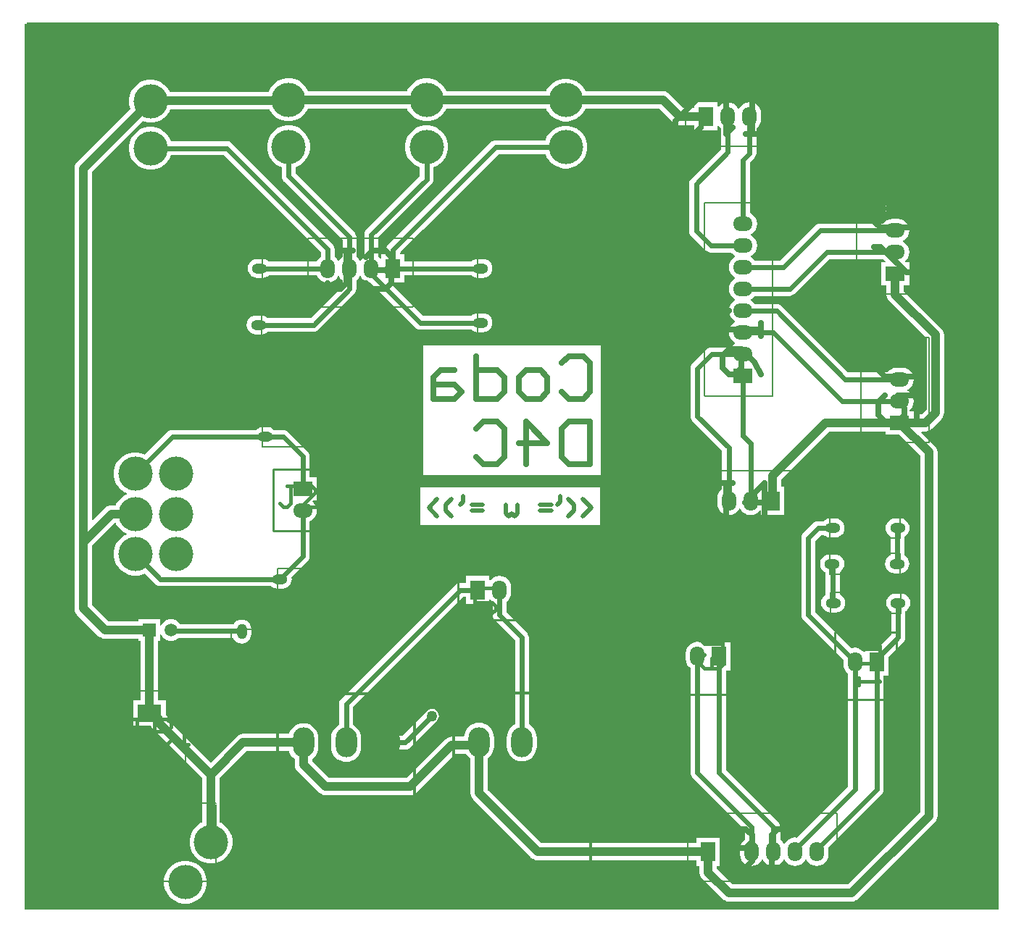
<source format=gbl>
G04*
G04 #@! TF.GenerationSoftware,Altium Limited,Altium Designer,22.5.1 (42)*
G04*
G04 Layer_Physical_Order=2*
G04 Layer_Color=16711680*
%FSLAX44Y44*%
%MOMM*%
G71*
G04*
G04 #@! TF.SameCoordinates,2238DE84-C422-4DFA-8E31-384DE279FC20*
G04*
G04*
G04 #@! TF.FilePolarity,Positive*
G04*
G01*
G75*
%ADD10C,0.2540*%
%ADD11C,0.2000*%
%ADD12C,0.3000*%
%ADD13C,0.1500*%
%ADD14C,0.4000*%
%ADD15C,0.7000*%
%ADD16C,0.4500*%
%ADD30C,0.6000*%
%ADD31O,1.8000X1.2000*%
%ADD32O,1.7000X2.3000*%
%ADD33R,1.7000X2.3000*%
%ADD34C,4.0000*%
%ADD35C,1.5000*%
%ADD36R,1.5000X1.5000*%
%ADD37R,2.3000X1.7000*%
%ADD38O,2.3000X1.7000*%
%ADD39O,2.5000X3.5000*%
%ADD40O,1.2000X1.8000*%
%ADD41R,2.8000X2.0000*%
%ADD42O,2.8000X2.0000*%
%ADD43C,1.2700*%
%ADD44C,1.0000*%
%ADD45C,0.5000*%
G36*
X1139190Y1035685D02*
X1137920Y1034415D01*
Y635D01*
X5014D01*
X5014D01*
X635D01*
X0Y898D01*
Y1036320D01*
X2540D01*
Y1038225D01*
X1136650D01*
X1139190Y1035685D01*
D02*
G37*
%LPC*%
G36*
X472362Y972810D02*
X467438D01*
X462608Y971849D01*
X458058Y969965D01*
X453964Y967229D01*
X450481Y963746D01*
X447745Y959652D01*
X447018Y957896D01*
X331492D01*
X330765Y959652D01*
X328029Y963746D01*
X324547Y967229D01*
X320452Y969965D01*
X315902Y971849D01*
X311072Y972810D01*
X306148D01*
X301318Y971849D01*
X296768Y969965D01*
X292673Y967229D01*
X289191Y963746D01*
X286455Y959652D01*
X285384Y957066D01*
X169858D01*
X169475Y957992D01*
X166739Y962086D01*
X163256Y965569D01*
X159162Y968305D01*
X154612Y970189D01*
X149782Y971150D01*
X144858D01*
X140028Y970189D01*
X135478Y968305D01*
X131383Y965569D01*
X127901Y962086D01*
X125165Y957992D01*
X123281Y953442D01*
X122320Y948612D01*
Y943688D01*
X123281Y938858D01*
X124008Y937102D01*
X61448Y874542D01*
X59845Y872453D01*
X58837Y870021D01*
X58494Y867410D01*
Y430530D01*
X58494Y430530D01*
Y353060D01*
X58837Y350449D01*
X59845Y348017D01*
X61448Y345928D01*
X86848Y320528D01*
X88937Y318925D01*
X91369Y317917D01*
X93980Y317574D01*
X133550D01*
Y315160D01*
X135964D01*
Y245740D01*
X127050D01*
Y215740D01*
X147883D01*
X148315Y214697D01*
X149918Y212608D01*
X207902Y154624D01*
Y102892D01*
X206146Y102165D01*
X202052Y99429D01*
X198569Y95947D01*
X195833Y91852D01*
X193949Y87302D01*
X192988Y82472D01*
Y77548D01*
X193949Y72718D01*
X195833Y68168D01*
X198569Y64074D01*
X202052Y60591D01*
X206146Y57855D01*
X210696Y55971D01*
X215526Y55010D01*
X220450D01*
X225280Y55971D01*
X229830Y57855D01*
X233925Y60591D01*
X237407Y64074D01*
X240143Y68168D01*
X242027Y72718D01*
X242988Y77548D01*
Y82472D01*
X242027Y87302D01*
X240143Y91852D01*
X237407Y95947D01*
X233925Y99429D01*
X229830Y102165D01*
X228074Y102892D01*
Y154624D01*
X259564Y186114D01*
X309175D01*
X309674Y184471D01*
X311299Y181430D01*
X313486Y178766D01*
X315834Y176839D01*
Y170650D01*
X316177Y168039D01*
X317185Y165607D01*
X318788Y163518D01*
X344658Y137648D01*
X346747Y136045D01*
X349179Y135037D01*
X351790Y134694D01*
X450843D01*
X453453Y135037D01*
X455886Y136045D01*
X457975Y137648D01*
X503288Y182961D01*
X516098D01*
X516569Y182080D01*
X518756Y179416D01*
X521104Y177489D01*
Y136830D01*
X521447Y134220D01*
X522455Y131787D01*
X524058Y129698D01*
X592308Y61448D01*
X594397Y59845D01*
X596829Y58837D01*
X599440Y58494D01*
X785330D01*
Y52080D01*
X788744D01*
Y44450D01*
X789087Y41839D01*
X790095Y39407D01*
X791698Y37318D01*
X815828Y13188D01*
X817917Y11585D01*
X820350Y10577D01*
X822960Y10234D01*
X966470D01*
X969081Y10577D01*
X971513Y11585D01*
X973602Y13188D01*
X1063772Y103358D01*
X1065375Y105447D01*
X1066383Y107879D01*
X1066726Y110490D01*
Y535940D01*
X1066383Y538550D01*
X1065375Y540983D01*
X1063772Y543072D01*
D01*
X1049472Y557372D01*
D01*
X1047874Y558970D01*
X1048360Y560144D01*
X1052830D01*
X1055441Y560487D01*
X1057873Y561495D01*
X1059962Y563098D01*
X1071392Y574528D01*
X1072995Y576617D01*
X1074003Y579049D01*
X1074346Y581660D01*
Y673100D01*
X1074003Y675711D01*
X1072995Y678143D01*
X1071392Y680232D01*
X1027356Y724268D01*
Y730720D01*
X1033770D01*
Y757720D01*
X1029024D01*
X1028593Y758990D01*
X1029898Y759992D01*
X1031095Y761551D01*
X1032062Y762812D01*
X1033422Y766096D01*
X1033886Y769620D01*
X1033422Y773144D01*
X1032062Y776428D01*
X1029898Y779248D01*
X1028269Y780499D01*
D01*
X1027078Y781412D01*
X1026420Y781685D01*
Y782955D01*
X1027078Y783228D01*
X1029898Y785392D01*
X1032062Y788212D01*
X1033422Y791496D01*
X1033886Y795020D01*
X1033422Y798544D01*
X1032062Y801828D01*
X1029898Y804648D01*
X1027078Y806812D01*
X1023794Y808173D01*
X1020270Y808636D01*
X1014270D01*
X1010746Y808173D01*
X1007462Y806812D01*
X1004642Y804648D01*
X1003445Y803089D01*
X929640D01*
X927552Y802814D01*
X925605Y802008D01*
X923934Y800726D01*
X883118Y759909D01*
X853295D01*
X852098Y761468D01*
X849278Y763632D01*
X848620Y763905D01*
Y765175D01*
X849278Y765448D01*
X852098Y767612D01*
X854262Y770432D01*
X855622Y773716D01*
X856087Y777240D01*
X855622Y780764D01*
X854262Y784048D01*
X852098Y786868D01*
X849278Y789032D01*
X848620Y789305D01*
Y790575D01*
X849278Y790848D01*
X852098Y793012D01*
X854262Y795832D01*
X855622Y799116D01*
X856087Y802640D01*
X855622Y806164D01*
X854262Y809448D01*
X852098Y812268D01*
X849278Y814432D01*
X847539Y815153D01*
Y874228D01*
X852796Y879484D01*
X854078Y881155D01*
X854884Y883102D01*
X855159Y885190D01*
Y914545D01*
X856718Y915742D01*
X858882Y918562D01*
X860242Y921846D01*
X860706Y925370D01*
Y931370D01*
X860242Y934894D01*
X858882Y938178D01*
X856718Y940998D01*
X853898Y943162D01*
X850614Y944522D01*
X847090Y944986D01*
X843566Y944522D01*
X840282Y943162D01*
X837462Y940998D01*
X835298Y938178D01*
X835025Y937520D01*
X833755D01*
X833482Y938178D01*
X832569Y939369D01*
D01*
X831318Y940998D01*
X828498Y943162D01*
X825214Y944522D01*
X821690Y944986D01*
X818166Y944522D01*
X814882Y943162D01*
X812062Y940998D01*
X811060Y939693D01*
X809790Y940124D01*
Y942887D01*
Y944870D01*
X782790D01*
Y938456D01*
X769496D01*
X753205Y954747D01*
X751116Y956350D01*
X748683Y957358D01*
X746073Y957701D01*
X655261D01*
X654615Y959262D01*
X651879Y963356D01*
X648397Y966839D01*
X644302Y969575D01*
X639752Y971459D01*
X634922Y972420D01*
X629998D01*
X625168Y971459D01*
X620618Y969575D01*
X616524Y966839D01*
X613041Y963356D01*
X610305Y959262D01*
X609659Y957701D01*
X492863D01*
X492055Y959652D01*
X489319Y963746D01*
X485836Y967229D01*
X481742Y969965D01*
X477192Y971849D01*
X472362Y972810D01*
D02*
G37*
G36*
X1017270Y828489D02*
X1014270D01*
X1012182Y828214D01*
X1010236Y827408D01*
X1008564Y826126D01*
X1007282Y824454D01*
X1006476Y822508D01*
X1006201Y820420D01*
X1006476Y818332D01*
X1007282Y816385D01*
X1008564Y814714D01*
X1010236Y813432D01*
X1012182Y812626D01*
X1014270Y812351D01*
X1017270D01*
X1019358Y812626D01*
X1021304Y813432D01*
X1022976Y814714D01*
X1024258Y816385D01*
X1025064Y818332D01*
X1025339Y820420D01*
X1025064Y822508D01*
X1024258Y824454D01*
X1022976Y826126D01*
X1021304Y827408D01*
X1019358Y828214D01*
X1017270Y828489D01*
D02*
G37*
G36*
X190450Y58010D02*
X185526D01*
X180696Y57049D01*
X176146Y55165D01*
X172052Y52429D01*
X168569Y48946D01*
X165833Y44852D01*
X163949Y40302D01*
X162988Y35472D01*
Y30548D01*
X163949Y25718D01*
X165833Y21168D01*
X168569Y17073D01*
X172052Y13591D01*
X176146Y10855D01*
X180696Y8971D01*
X185526Y8010D01*
X190450D01*
X195280Y8971D01*
X199830Y10855D01*
X203925Y13591D01*
X207407Y17073D01*
X210143Y21168D01*
X212027Y25718D01*
X212988Y30548D01*
Y35472D01*
X212027Y40302D01*
X210143Y44852D01*
X207407Y48946D01*
X203925Y52429D01*
X199830Y55165D01*
X195280Y57049D01*
X190450Y58010D01*
D02*
G37*
%LPD*%
G36*
X447745Y935968D02*
X450481Y931873D01*
X453964Y928391D01*
X458058Y925655D01*
X462608Y923771D01*
X467438Y922810D01*
X472362D01*
X477192Y923771D01*
X481742Y925655D01*
X485836Y928391D01*
X489319Y931873D01*
X492055Y935968D01*
X492701Y937529D01*
X609497D01*
X610305Y935578D01*
X613041Y931484D01*
X616524Y928001D01*
X620618Y925265D01*
X625168Y923381D01*
X629998Y922420D01*
X634922D01*
X639752Y923381D01*
X644302Y925265D01*
X648397Y928001D01*
X651879Y931484D01*
X654615Y935578D01*
X655423Y937529D01*
X741895D01*
X758186Y921238D01*
X760275Y919635D01*
X762707Y918627D01*
X765318Y918284D01*
X782790D01*
Y911870D01*
X809790D01*
Y916616D01*
X811060Y917047D01*
X812062Y915742D01*
X813621Y914545D01*
Y912295D01*
Y889802D01*
X779154Y855336D01*
X777872Y853664D01*
X777066Y851718D01*
X776791Y849630D01*
Y794374D01*
X777066Y792286D01*
X777872Y790340D01*
X779154Y788668D01*
X796288Y771534D01*
X797960Y770252D01*
X799906Y769446D01*
X801994Y769171D01*
X825645D01*
X826842Y767612D01*
X829662Y765448D01*
X830320Y765175D01*
Y763905D01*
X829662Y763632D01*
X826842Y761468D01*
X824678Y758648D01*
X823317Y755364D01*
X822853Y751840D01*
X823317Y748316D01*
X824678Y745032D01*
X826842Y742212D01*
X829662Y740048D01*
X830320Y739775D01*
Y738505D01*
X829662Y738232D01*
X826842Y736068D01*
X824678Y733248D01*
X823317Y729964D01*
X822853Y726440D01*
X823317Y722916D01*
X824678Y719632D01*
X826842Y716812D01*
X829662Y714648D01*
X830320Y714375D01*
Y713105D01*
X829662Y712832D01*
X826842Y710668D01*
X824678Y707848D01*
X823317Y704564D01*
X822853Y701040D01*
X823317Y697516D01*
X824678Y694232D01*
X826842Y691412D01*
X829662Y689248D01*
X830320Y688975D01*
Y687705D01*
X829662Y687432D01*
X826842Y685268D01*
X824678Y682448D01*
X823317Y679164D01*
X822853Y675640D01*
X823317Y672116D01*
X824678Y668832D01*
X826842Y666012D01*
X829662Y663848D01*
X830320Y663575D01*
Y662305D01*
X829662Y662032D01*
X828471Y661119D01*
X826842Y659868D01*
X825645Y658309D01*
X802640D01*
X800552Y658034D01*
X798605Y657228D01*
X796934Y655946D01*
X780424Y639436D01*
X779142Y637765D01*
X778336Y635818D01*
X778061Y633730D01*
Y577850D01*
X778336Y575762D01*
X779142Y573815D01*
X780424Y572144D01*
X814891Y537678D01*
Y492615D01*
X813332Y491418D01*
X811168Y488598D01*
X809808Y485314D01*
X809343Y481790D01*
Y475790D01*
X809808Y472266D01*
X811168Y468982D01*
X813332Y466162D01*
X816152Y463998D01*
X819436Y462637D01*
X822960Y462174D01*
X826484Y462637D01*
X829768Y463998D01*
X832588Y466162D01*
X834752Y468982D01*
X835025Y469640D01*
X836295D01*
X836568Y468982D01*
X837481Y467791D01*
X838732Y466162D01*
X841552Y463998D01*
X844836Y462637D01*
X848360Y462174D01*
X851884Y462637D01*
X855168Y463998D01*
X855527Y464273D01*
X857260Y465603D01*
D01*
X857988Y466162D01*
X858990Y467467D01*
X860260Y467036D01*
Y464273D01*
Y462290D01*
X887260D01*
Y495290D01*
X883846D01*
Y503822D01*
X940168Y560144D01*
X1005850D01*
Y556730D01*
X1021586D01*
X1046554Y531762D01*
Y114668D01*
X962292Y30406D01*
X827138D01*
X808916Y48628D01*
Y52080D01*
X812330D01*
Y85080D01*
X785330D01*
Y78666D01*
X603618D01*
X541276Y141008D01*
Y177489D01*
X543624Y179416D01*
X545811Y182080D01*
X547436Y185121D01*
X548437Y188419D01*
X548775Y191850D01*
Y201850D01*
X548437Y205281D01*
X547436Y208579D01*
X545811Y211619D01*
X543624Y214284D01*
X540960Y216471D01*
X537919Y218096D01*
X534621Y219097D01*
X531190Y219435D01*
X527759Y219097D01*
X524461Y218096D01*
X521421Y216471D01*
X518756Y214284D01*
X516569Y211619D01*
X514944Y208579D01*
X513943Y205281D01*
X513732Y203134D01*
X499110D01*
X496499Y202790D01*
X494067Y201782D01*
X491978Y200180D01*
X446665Y154866D01*
X355968D01*
X336686Y174149D01*
X336006Y174828D01*
Y176839D01*
X338354Y178766D01*
X340541Y181430D01*
X342166Y184471D01*
X343167Y187769D01*
X343505Y191200D01*
Y201200D01*
X343167Y204631D01*
X342166Y207929D01*
X340541Y210970D01*
X338354Y213634D01*
X335690Y215821D01*
X332649Y217446D01*
X329351Y218447D01*
X325920Y218785D01*
X322489Y218447D01*
X319191Y217446D01*
X316150Y215821D01*
X313486Y213634D01*
X311299Y210970D01*
X309674Y207929D01*
X309175Y206286D01*
X255386D01*
X252775Y205943D01*
X250343Y204935D01*
X248254Y203332D01*
X217988Y173066D01*
X167109Y223945D01*
X166793Y226350D01*
X165785Y228783D01*
X165050Y229741D01*
Y245740D01*
X156136D01*
Y315160D01*
X158550D01*
Y319004D01*
Y322600D01*
X159802Y322835D01*
X161448Y319985D01*
X161550Y319882D01*
X163775Y317658D01*
X166625Y316012D01*
X169804Y315160D01*
X173096D01*
X176275Y316012D01*
X179125Y317658D01*
X180134Y318666D01*
X243810D01*
X244391Y317262D01*
X246155Y314965D01*
X248453Y313202D01*
X251128Y312093D01*
X254000Y311715D01*
X256872Y312093D01*
X259547Y313202D01*
X261845Y314965D01*
X263608Y317262D01*
X264717Y319938D01*
X265095Y322810D01*
Y328810D01*
X264717Y331682D01*
X263608Y334357D01*
X261845Y336655D01*
X259547Y338418D01*
X256872Y339527D01*
X254000Y339905D01*
X251128Y339527D01*
X248453Y338418D01*
X246155Y336655D01*
X244734Y334804D01*
X181759D01*
X181453Y335335D01*
X179125Y337663D01*
X176275Y339308D01*
X173096Y340160D01*
X169804D01*
X166625Y339308D01*
X163775Y337663D01*
X161550Y335438D01*
X161448Y335335D01*
X159802Y332485D01*
X158550Y332720D01*
Y336316D01*
Y340160D01*
X133550D01*
Y337746D01*
X98158D01*
X78666Y357238D01*
Y426352D01*
X80706Y428392D01*
X104104Y451790D01*
D01*
X105485Y453171D01*
X106853Y452993D01*
X107385Y451708D01*
X110121Y447613D01*
X113603Y444131D01*
X117698Y441395D01*
X119413Y440685D01*
Y439415D01*
X117698Y438705D01*
X117184Y438361D01*
X113603Y435969D01*
X110121Y432487D01*
X107385Y428392D01*
X105501Y423842D01*
X104540Y419012D01*
Y414088D01*
X105501Y409258D01*
X107385Y404708D01*
X110121Y400614D01*
X113603Y397131D01*
X117698Y394395D01*
X122248Y392511D01*
X127078Y391550D01*
X132002D01*
X136832Y392511D01*
X140605Y394074D01*
X153034Y381644D01*
X154705Y380362D01*
X156652Y379556D01*
X158740Y379281D01*
X287896D01*
X289902Y377742D01*
X292578Y376633D01*
X295450Y376255D01*
X301450D01*
X304322Y376633D01*
X306998Y377742D01*
X309295Y379505D01*
X311059Y381802D01*
X312167Y384478D01*
X312545Y387350D01*
X312233Y389721D01*
X330826Y408314D01*
X332108Y409986D01*
X332914Y411932D01*
X333189Y414020D01*
Y454847D01*
X334928Y455568D01*
X337748Y457732D01*
X339912Y460552D01*
X341273Y463836D01*
X341736Y467360D01*
X341273Y470884D01*
X339912Y474168D01*
X338307Y476260D01*
X337748Y476988D01*
X336443Y477990D01*
X336874Y479260D01*
X341620D01*
Y506260D01*
X333189D01*
Y530860D01*
X332914Y532948D01*
X332108Y534894D01*
X330826Y536566D01*
X307966Y559426D01*
X306294Y560708D01*
X304348Y561514D01*
X302260Y561789D01*
X291804D01*
X289797Y563329D01*
X287122Y564437D01*
X284250Y564815D01*
X278250D01*
X275378Y564437D01*
X272703Y563329D01*
X270696Y561789D01*
X172710D01*
X170622Y561514D01*
X168675Y560708D01*
X167004Y559426D01*
X140605Y533026D01*
X136832Y534589D01*
X132002Y535550D01*
X127078D01*
X122248Y534589D01*
X117698Y532705D01*
X113603Y529969D01*
X110121Y526487D01*
X107385Y522392D01*
X105501Y517842D01*
X104540Y513012D01*
Y508088D01*
X105501Y503258D01*
X107385Y498708D01*
X110121Y494613D01*
X113603Y491131D01*
X117184Y488739D01*
X117698Y488395D01*
X119413Y487685D01*
Y486415D01*
X117698Y485705D01*
X117184Y485361D01*
X113603Y482969D01*
X110121Y479487D01*
X107385Y475392D01*
X106658Y473636D01*
X101600D01*
X98989Y473293D01*
X96557Y472285D01*
X94468Y470682D01*
X81438Y457652D01*
D01*
X79840Y456054D01*
X78666Y456540D01*
Y458800D01*
Y863232D01*
X138272Y922838D01*
X140028Y922111D01*
X144858Y921150D01*
X149782D01*
X154612Y922111D01*
X159162Y923995D01*
X163256Y926731D01*
X166739Y930213D01*
X169475Y934308D01*
X170546Y936894D01*
X286072D01*
X286455Y935968D01*
X289191Y931873D01*
X292673Y928391D01*
X296768Y925655D01*
X301318Y923771D01*
X306148Y922810D01*
X311072D01*
X315902Y923771D01*
X320452Y925655D01*
X324547Y928391D01*
X328029Y931873D01*
X330765Y935968D01*
X331492Y937724D01*
X447018D01*
X447745Y935968D01*
D02*
G37*
G36*
X1004642Y759992D02*
X1005947Y758990D01*
X1005516Y757720D01*
X1000770D01*
Y757720D01*
Y730720D01*
X1007184D01*
Y720090D01*
X1007527Y717479D01*
X1008535Y715047D01*
X1010138Y712958D01*
X1054174Y668922D01*
Y585838D01*
X1048652Y580316D01*
X1038850D01*
Y583730D01*
X1034104D01*
X1033673Y585000D01*
X1034978Y586002D01*
X1037142Y588822D01*
X1038503Y592106D01*
X1038967Y595630D01*
X1038503Y599154D01*
X1037142Y602438D01*
X1034978Y605258D01*
X1032158Y607422D01*
X1031500Y607695D01*
Y608965D01*
X1032158Y609238D01*
X1034978Y611402D01*
X1037142Y614222D01*
X1038503Y617506D01*
X1038967Y621030D01*
X1038503Y624554D01*
X1037142Y627838D01*
X1034978Y630658D01*
X1032158Y632822D01*
X1028874Y634183D01*
X1025350Y634646D01*
X1019350D01*
X1015826Y634183D01*
X1012542Y632822D01*
X1009722Y630658D01*
X1008525Y629099D01*
X962192D01*
X884546Y706746D01*
X882875Y708028D01*
X880928Y708834D01*
X878840Y709109D01*
X853295D01*
X852098Y710668D01*
X849278Y712832D01*
X848620Y713105D01*
Y714375D01*
X849278Y714648D01*
X852098Y716812D01*
X853295Y718371D01*
X894080D01*
X896168Y718646D01*
X898114Y719452D01*
X899786Y720734D01*
X940602Y761551D01*
X1003445D01*
X1004642Y759992D01*
D02*
G37*
%LPC*%
G36*
X472362Y917810D02*
X467438D01*
X462608Y916849D01*
X458058Y914965D01*
X453964Y912229D01*
X450481Y908746D01*
X447745Y904652D01*
X445861Y900102D01*
X444900Y895272D01*
Y890348D01*
X445861Y885518D01*
X447745Y880968D01*
X450481Y876873D01*
X453964Y873391D01*
X458058Y870655D01*
X461831Y869092D01*
Y858052D01*
X399424Y795646D01*
X398142Y793975D01*
X397336Y792028D01*
X397061Y789940D01*
Y764395D01*
X395502Y763198D01*
X394251Y761569D01*
D01*
X393338Y760378D01*
X393065Y759720D01*
X391795D01*
X391522Y760378D01*
X390609Y761569D01*
D01*
X389358Y763198D01*
X387799Y764395D01*
Y787400D01*
X387524Y789488D01*
X386718Y791434D01*
X385436Y793106D01*
X316679Y861862D01*
Y869092D01*
X320452Y870655D01*
X324547Y873391D01*
X328029Y876873D01*
X330765Y880968D01*
X332649Y885518D01*
X333610Y890348D01*
Y895272D01*
X332649Y900102D01*
X330765Y904652D01*
X328029Y908746D01*
X324547Y912229D01*
X320452Y914965D01*
X315902Y916849D01*
X311072Y917810D01*
X306148D01*
X301318Y916849D01*
X296768Y914965D01*
X292673Y912229D01*
X289191Y908746D01*
X286455Y904652D01*
X284571Y900102D01*
X283610Y895272D01*
Y890348D01*
X284571Y885518D01*
X286455Y880968D01*
X289191Y876873D01*
X292673Y873391D01*
X296768Y870655D01*
X300541Y869092D01*
Y858520D01*
X300816Y856432D01*
X301622Y854485D01*
X302904Y852814D01*
X371661Y784058D01*
Y764395D01*
X370102Y763198D01*
X368851Y761569D01*
D01*
X367938Y760378D01*
X367665Y759720D01*
X366395D01*
X366122Y760378D01*
X365209Y761569D01*
D01*
X363958Y763198D01*
X362399Y764395D01*
Y773430D01*
X362124Y775518D01*
X361318Y777465D01*
X360036Y779136D01*
X242316Y896856D01*
X240644Y898138D01*
X238698Y898944D01*
X236610Y899219D01*
X171038D01*
X169475Y902992D01*
X166739Y907087D01*
X163256Y910569D01*
X159162Y913305D01*
X154612Y915189D01*
X149782Y916150D01*
X144858D01*
X140028Y915189D01*
X135478Y913305D01*
X131383Y910569D01*
X127901Y907087D01*
X125165Y902992D01*
X123281Y898442D01*
X122320Y893612D01*
Y888688D01*
X123281Y883858D01*
X125165Y879308D01*
X127901Y875213D01*
X131383Y871731D01*
X135478Y868995D01*
X140028Y867111D01*
X144858Y866150D01*
X149782D01*
X154612Y867111D01*
X159162Y868995D01*
X163256Y871731D01*
X166739Y875213D01*
X169475Y879308D01*
X171038Y883081D01*
X233268D01*
X346261Y770088D01*
Y764395D01*
X344702Y763198D01*
X342538Y760378D01*
X341817Y758639D01*
X285564D01*
X283557Y760179D01*
X280882Y761287D01*
X278010Y761665D01*
X272010D01*
X269138Y761287D01*
X266463Y760179D01*
X264165Y758415D01*
X262402Y756117D01*
X261293Y753442D01*
X260915Y750570D01*
X261293Y747698D01*
X262402Y745023D01*
X264165Y742725D01*
X266463Y740962D01*
X269138Y739853D01*
X272010Y739475D01*
X278010D01*
X280882Y739853D01*
X283557Y740962D01*
X285564Y742501D01*
X341817D01*
X342538Y740762D01*
X344702Y737942D01*
X347522Y735778D01*
X350806Y734417D01*
X354330Y733953D01*
X357854Y734417D01*
X361138Y735778D01*
X363958Y737942D01*
X364391Y738505D01*
X365209Y739571D01*
D01*
X366122Y740762D01*
X366395Y741420D01*
X367665D01*
X367938Y740762D01*
X368851Y739571D01*
D01*
X370102Y737942D01*
X371661Y736745D01*
Y729782D01*
X334478Y692599D01*
X284294D01*
X282287Y694138D01*
X279612Y695247D01*
X276740Y695625D01*
X270740D01*
X267868Y695247D01*
X265193Y694138D01*
X262895Y692375D01*
X261131Y690078D01*
X260023Y687402D01*
X259645Y684530D01*
X260023Y681658D01*
X261131Y678982D01*
X262895Y676685D01*
X265193Y674921D01*
X267868Y673813D01*
X270740Y673435D01*
X276740D01*
X279612Y673813D01*
X282287Y674921D01*
X284294Y676461D01*
X337820D01*
X339908Y676736D01*
X341855Y677542D01*
X343526Y678824D01*
X385436Y720734D01*
X386718Y722405D01*
X387524Y724352D01*
X387799Y726440D01*
Y736745D01*
X389358Y737942D01*
X389791Y738505D01*
X390609Y739571D01*
D01*
X391522Y740762D01*
X391795Y741420D01*
X393065D01*
X393338Y740762D01*
X394251Y739571D01*
D01*
X395502Y737942D01*
X398322Y735778D01*
X401606Y734417D01*
X404314Y734061D01*
X457011Y681364D01*
X458682Y680082D01*
X460628Y679276D01*
X462716Y679001D01*
X522156D01*
X524163Y677461D01*
X526838Y676353D01*
X529710Y675975D01*
X535710D01*
X538582Y676353D01*
X541257Y677461D01*
X543555Y679225D01*
X545318Y681523D01*
X546427Y684198D01*
X546805Y687070D01*
X546427Y689942D01*
X545318Y692617D01*
X543555Y694915D01*
X541257Y696678D01*
X538582Y697787D01*
X535710Y698165D01*
X529710D01*
X526838Y697787D01*
X524163Y696678D01*
X522156Y695139D01*
X466059D01*
X429899Y731298D01*
X428301Y732897D01*
X428787Y734070D01*
X444030D01*
Y742501D01*
X522156D01*
X524163Y740962D01*
X526838Y739853D01*
X529710Y739475D01*
X535710D01*
X538582Y739853D01*
X541257Y740962D01*
X543555Y742725D01*
X545318Y745023D01*
X546427Y747698D01*
X546805Y750570D01*
X546427Y753442D01*
X545318Y756117D01*
X543555Y758415D01*
X541257Y760179D01*
X538582Y761287D01*
X535710Y761665D01*
X529710D01*
X526838Y761287D01*
X524163Y760179D01*
X522156Y758639D01*
X444030D01*
Y767070D01*
X438599D01*
Y768818D01*
X439851Y770070D01*
X461216Y791434D01*
D01*
X461277Y791496D01*
X462793Y793012D01*
D01*
X462887Y793106D01*
X465613Y795832D01*
D01*
X468326Y798544D01*
X471609Y801828D01*
D01*
X471789Y802008D01*
X474430Y804648D01*
D01*
X475946Y806164D01*
X522403Y852622D01*
D01*
X522596Y852814D01*
X533013Y863232D01*
D01*
X535931Y866150D01*
X554132Y884351D01*
X608742D01*
X610305Y880578D01*
X613041Y876484D01*
X616524Y873001D01*
X620618Y870265D01*
X625168Y868381D01*
X629998Y867420D01*
X634922D01*
X639752Y868381D01*
X644302Y870265D01*
X648397Y873001D01*
X651879Y876484D01*
X654615Y880578D01*
X656499Y885128D01*
X657460Y889958D01*
Y894882D01*
X656499Y899712D01*
X654615Y904262D01*
X651879Y908357D01*
X648397Y911839D01*
X644302Y914575D01*
X639752Y916459D01*
X634922Y917420D01*
X629998D01*
X625168Y916459D01*
X620618Y914575D01*
X616524Y911839D01*
X613041Y908357D01*
X610305Y904262D01*
X608742Y900489D01*
X550790D01*
X548702Y900214D01*
X546755Y899408D01*
X545084Y898126D01*
X424824Y777866D01*
X423542Y776195D01*
X422736Y774248D01*
X422461Y772160D01*
Y767070D01*
X417030D01*
Y762324D01*
X415760Y761893D01*
X414758Y763198D01*
X413199Y764395D01*
Y766645D01*
Y786598D01*
X475606Y849004D01*
X476888Y850676D01*
X477694Y852622D01*
X477969Y854710D01*
Y869092D01*
X481742Y870655D01*
X485836Y873391D01*
X489319Y876873D01*
X492055Y880968D01*
X493939Y885518D01*
X494900Y890348D01*
Y895272D01*
X493939Y900102D01*
X492055Y904652D01*
X489319Y908746D01*
X485836Y912229D01*
X481742Y914965D01*
X477192Y916849D01*
X472362Y917810D01*
D02*
G37*
G36*
X673020Y660114D02*
X465746D01*
Y509350D01*
X673020D01*
Y660114D01*
D02*
G37*
G36*
X672299Y494256D02*
X462360D01*
Y450930D01*
X672299D01*
Y494256D01*
D02*
G37*
G36*
X947190Y458135D02*
X941190D01*
X938318Y457757D01*
X935643Y456648D01*
X933636Y455109D01*
X927100D01*
X925012Y454834D01*
X923065Y454028D01*
X921394Y452746D01*
X909964Y441316D01*
X908682Y439645D01*
X907876Y437698D01*
X907601Y435610D01*
Y345440D01*
X907876Y343352D01*
X908682Y341405D01*
X909964Y339734D01*
X956664Y293035D01*
Y287830D01*
X957128Y284306D01*
X958488Y281022D01*
X960652Y278202D01*
X962211Y277005D01*
Y144772D01*
X902379Y84940D01*
X900430Y85197D01*
X896906Y84733D01*
X893622Y83372D01*
X890802Y81208D01*
X888638Y78388D01*
X888365Y77730D01*
X887095D01*
X886822Y78388D01*
X884658Y81208D01*
X883099Y82405D01*
Y97790D01*
X882824Y99878D01*
X882018Y101825D01*
X880736Y103496D01*
X819599Y164632D01*
Y280680D01*
X825030D01*
Y313680D01*
X798030D01*
Y308934D01*
X796760Y308503D01*
X795758Y309808D01*
X792938Y311972D01*
X789654Y313333D01*
X786130Y313797D01*
X782606Y313333D01*
X779322Y311972D01*
X776502Y309808D01*
X774338Y306988D01*
X772978Y303704D01*
X772514Y300180D01*
Y294180D01*
X772978Y290656D01*
X774338Y287372D01*
X776502Y284552D01*
X778061Y283355D01*
Y161290D01*
X778336Y159202D01*
X779142Y157255D01*
X780424Y155584D01*
X841561Y94448D01*
Y82405D01*
X840002Y81208D01*
X837838Y78388D01*
X836478Y75104D01*
X836013Y71580D01*
Y65580D01*
X836478Y62056D01*
X837838Y58772D01*
X840002Y55952D01*
X842822Y53788D01*
X846106Y52428D01*
X849630Y51964D01*
X853154Y52428D01*
X856438Y53788D01*
X859258Y55952D01*
X861422Y58772D01*
X861695Y59430D01*
X862965D01*
X863238Y58772D01*
X864151Y57581D01*
X865402Y55952D01*
X868222Y53788D01*
X871506Y52428D01*
X875030Y51964D01*
X878554Y52428D01*
X881838Y53788D01*
X884658Y55952D01*
X886822Y58772D01*
X887095Y59430D01*
X888365D01*
X888638Y58772D01*
X889551Y57581D01*
X890802Y55952D01*
X893622Y53788D01*
X896906Y52428D01*
X900430Y51964D01*
X903954Y52428D01*
X907238Y53788D01*
X910058Y55952D01*
X912222Y58772D01*
X912495Y59430D01*
X913765D01*
X914038Y58772D01*
X914951Y57581D01*
X916202Y55952D01*
X919022Y53788D01*
X922306Y52428D01*
X925830Y51964D01*
X929354Y52428D01*
X932638Y53788D01*
X935458Y55952D01*
X937622Y58772D01*
X938982Y62056D01*
X939446Y65580D01*
Y71580D01*
X939190Y73529D01*
X1001386Y135724D01*
X1002668Y137395D01*
X1003474Y139342D01*
X1003749Y141430D01*
Y274330D01*
X1009180D01*
Y295919D01*
X1026586Y313324D01*
X1027868Y314995D01*
X1028674Y316942D01*
X1028949Y319030D01*
Y349603D01*
X1029427Y349801D01*
X1031725Y351565D01*
X1033488Y353862D01*
X1034597Y356538D01*
X1034975Y359410D01*
X1034597Y362282D01*
X1033488Y364958D01*
X1031725Y367255D01*
X1029427Y369019D01*
X1026752Y370127D01*
X1023880Y370505D01*
X1017880D01*
X1015008Y370127D01*
X1012333Y369019D01*
X1010035Y367255D01*
X1008271Y364958D01*
X1007163Y362282D01*
X1006785Y359410D01*
X1007163Y356538D01*
X1008271Y353862D01*
X1010035Y351565D01*
X1012333Y349801D01*
X1012811Y349603D01*
Y322372D01*
X997769Y307330D01*
X982180D01*
Y302584D01*
X980910Y302153D01*
X979908Y303458D01*
X979180Y304017D01*
D01*
X977088Y305622D01*
X973804Y306982D01*
X970280Y307446D01*
X966756Y306982D01*
X965895Y306626D01*
X923739Y348782D01*
Y432268D01*
X930442Y438971D01*
X933636D01*
X935643Y437431D01*
X938318Y436323D01*
X941190Y435945D01*
X947190D01*
X950062Y436323D01*
X952737Y437431D01*
X955035Y439195D01*
X956798Y441493D01*
X957907Y444168D01*
X958285Y447040D01*
X957907Y449912D01*
X956798Y452588D01*
X955035Y454885D01*
X952737Y456648D01*
X950062Y457757D01*
X947190Y458135D01*
D02*
G37*
G36*
X1023190D02*
X1017190D01*
X1014318Y457757D01*
X1011643Y456648D01*
X1009345Y454885D01*
X1007582Y452588D01*
X1006473Y449912D01*
X1006095Y447040D01*
X1006473Y444168D01*
X1007582Y441493D01*
X1009345Y439195D01*
X1011643Y437431D01*
X1011931Y437312D01*
Y415015D01*
X1011263Y414739D01*
X1008965Y412975D01*
X1007202Y410677D01*
X1006093Y408002D01*
X1005715Y405130D01*
X1006093Y402258D01*
X1007202Y399582D01*
X1008965Y397285D01*
X1011263Y395522D01*
X1013938Y394413D01*
X1016810Y394035D01*
X1022810D01*
X1025682Y394413D01*
X1028357Y395522D01*
X1030655Y397285D01*
X1032419Y399582D01*
X1033527Y402258D01*
X1033905Y405130D01*
X1033527Y408002D01*
X1032419Y410677D01*
X1030655Y412975D01*
X1028357Y414739D01*
X1028069Y414858D01*
Y437155D01*
X1028737Y437431D01*
X1031035Y439195D01*
X1032798Y441493D01*
X1033907Y444168D01*
X1034285Y447040D01*
X1033907Y449912D01*
X1032798Y452588D01*
X1031035Y454885D01*
X1028737Y456648D01*
X1026062Y457757D01*
X1023190Y458135D01*
D02*
G37*
G36*
X554990Y391267D02*
X551466Y390802D01*
X548182Y389442D01*
X545362Y387278D01*
X544360Y385973D01*
X543090Y386404D01*
Y389167D01*
Y391150D01*
X516090D01*
Y382719D01*
X509270D01*
X507182Y382444D01*
X505235Y381638D01*
X503564Y380356D01*
X370214Y247006D01*
X368932Y245334D01*
X368126Y243388D01*
X367851Y241300D01*
Y216730D01*
X366151Y215821D01*
X363486Y213634D01*
X361299Y210970D01*
X359674Y207929D01*
X358673Y204631D01*
X358335Y201200D01*
Y191200D01*
X358673Y187769D01*
X359674Y184471D01*
X361299Y181430D01*
X363486Y178766D01*
X366151Y176579D01*
X369191Y174954D01*
X372489Y173953D01*
X375920Y173615D01*
X379351Y173953D01*
X382649Y174954D01*
X385690Y176579D01*
X388354Y178766D01*
X390541Y181430D01*
X392166Y184471D01*
X393167Y187769D01*
X393505Y191200D01*
Y201200D01*
X393167Y204631D01*
X392166Y207929D01*
X390541Y210970D01*
X388354Y213634D01*
X385690Y215821D01*
X383989Y216730D01*
Y237958D01*
X512612Y366581D01*
X516090D01*
Y358150D01*
X543090D01*
Y362896D01*
X544360Y363327D01*
X545362Y362022D01*
X546921Y360825D01*
Y358575D01*
Y345440D01*
X547196Y343352D01*
X548002Y341405D01*
X549284Y339734D01*
X573121Y315898D01*
Y217380D01*
X571421Y216471D01*
X568756Y214284D01*
X566569Y211619D01*
X564944Y208579D01*
X563943Y205281D01*
X563605Y201850D01*
Y191850D01*
X563943Y188419D01*
X564944Y185121D01*
X566569Y182080D01*
X568756Y179416D01*
X571421Y177229D01*
X574461Y175604D01*
X577759Y174603D01*
X581190Y174265D01*
X584621Y174603D01*
X587919Y175604D01*
X590960Y177229D01*
X593624Y179416D01*
X595811Y182080D01*
X597436Y185121D01*
X598437Y188419D01*
X598775Y191850D01*
Y201850D01*
X598437Y205281D01*
X597436Y208579D01*
X595811Y211619D01*
X593624Y214284D01*
X590960Y216471D01*
X589259Y217380D01*
Y319240D01*
X588984Y321328D01*
X588178Y323274D01*
X586896Y324946D01*
X563059Y348782D01*
Y360825D01*
X564618Y362022D01*
X566782Y364842D01*
X568143Y368126D01*
X568606Y371650D01*
Y377650D01*
X568143Y381174D01*
X566782Y384458D01*
X564618Y387278D01*
X561798Y389442D01*
X558514Y390802D01*
X554990Y391267D01*
D02*
G37*
G36*
X946810Y416225D02*
X940810D01*
X937938Y415847D01*
X935263Y414739D01*
X932965Y412975D01*
X931201Y410677D01*
X930093Y408002D01*
X929715Y405130D01*
X930093Y402258D01*
X931201Y399582D01*
X932965Y397285D01*
X935263Y395522D01*
X936276Y395102D01*
Y368975D01*
X934035Y367255D01*
X932271Y364958D01*
X931163Y362282D01*
X930785Y359410D01*
X931163Y356538D01*
X932271Y353862D01*
X934035Y351565D01*
X936332Y349801D01*
X939008Y348693D01*
X941880Y348315D01*
X947880D01*
X950752Y348693D01*
X953428Y349801D01*
X955725Y351565D01*
X957488Y353862D01*
X958597Y356538D01*
X958975Y359410D01*
X958597Y362282D01*
X957488Y364958D01*
X955725Y367255D01*
X953428Y369019D01*
X952414Y369438D01*
Y395565D01*
X954655Y397285D01*
X956419Y399582D01*
X957527Y402258D01*
X957905Y405130D01*
X957527Y408002D01*
X956419Y410677D01*
X954655Y412975D01*
X952357Y414739D01*
X949682Y415847D01*
X946810Y416225D01*
D02*
G37*
G36*
X476250Y235399D02*
X474162Y235124D01*
X472215Y234318D01*
X470544Y233036D01*
X441778Y204269D01*
X425920D01*
X423832Y203994D01*
X421885Y203188D01*
X420214Y201906D01*
X418932Y200235D01*
X418126Y198288D01*
X417851Y196200D01*
X418126Y194112D01*
X418932Y192166D01*
X420214Y190494D01*
X421885Y189212D01*
X423832Y188406D01*
X425920Y188131D01*
X445120D01*
X447208Y188406D01*
X449155Y189212D01*
X450826Y190494D01*
X481956Y221624D01*
X483238Y223295D01*
X484044Y225242D01*
X484319Y227330D01*
X484044Y229418D01*
X483238Y231364D01*
X481956Y233036D01*
X480285Y234318D01*
X478338Y235124D01*
X476250Y235399D01*
D02*
G37*
%LPD*%
D10*
X946912Y246077D02*
X1019048D01*
Y325579D01*
X946912D02*
X1019048D01*
X946912Y246077D02*
Y325579D01*
X290371Y443992D02*
X369873D01*
X290371D02*
Y516128D01*
X369873D01*
Y443992D02*
Y516128D01*
X762762Y252428D02*
Y331929D01*
X834898D01*
Y252428D02*
Y331929D01*
X762762Y252428D02*
X834898D01*
X578358Y339901D02*
Y419403D01*
X506222Y339901D02*
X578358D01*
X506222D02*
Y419403D01*
X578358D01*
D11*
X941190Y459040D02*
X1023190D01*
X941190Y435040D02*
Y459040D01*
Y435040D02*
X1023190D01*
Y459040D01*
X940810Y393130D02*
X1022810D01*
Y417130D01*
X940810D02*
X1022810D01*
X940810Y393130D02*
Y417130D01*
X941880Y371410D02*
X1023880D01*
X941880Y347410D02*
Y371410D01*
Y347410D02*
X1023880D01*
Y371410D01*
X775330Y33580D02*
Y112580D01*
X776330Y113580D01*
X949330D01*
Y33580D02*
Y113580D01*
X775330Y33580D02*
X949330D01*
X773790Y973370D02*
X895604D01*
Y893370D02*
Y973370D01*
X772790Y893370D02*
Y972370D01*
Y893370D02*
X895604D01*
X774446Y433790D02*
X896260D01*
X774446D02*
Y513790D01*
X897260Y434790D02*
Y513790D01*
X774446D02*
X897260D01*
X331216Y705570D02*
X453030D01*
X331216D02*
Y785570D01*
X454030Y706570D02*
Y785570D01*
X331216D02*
X454030D01*
X266000Y246810D02*
Y328810D01*
X242000D02*
X266000D01*
X242000Y246810D02*
Y328810D01*
Y246810D02*
X266000D01*
X104050Y256240D02*
X188050D01*
Y148990D02*
Y256240D01*
X104050Y148990D02*
X188050D01*
X104050D02*
Y256240D01*
X278250Y565720D02*
X360250D01*
X278250Y541720D02*
Y565720D01*
Y541720D02*
X360250D01*
Y565720D01*
X529710Y699070D02*
X611710D01*
X529710Y675070D02*
Y699070D01*
Y675070D02*
X611710D01*
Y699070D01*
X194740Y672530D02*
X276740D01*
Y696530D01*
X194740D02*
X276740D01*
X194740Y672530D02*
Y696530D01*
X529710Y762570D02*
X611710D01*
X529710Y738570D02*
Y762570D01*
Y738570D02*
X611710D01*
Y762570D01*
X295450Y399350D02*
X377450D01*
X295450Y375350D02*
Y399350D01*
Y375350D02*
X377450D01*
Y399350D01*
X196010Y738570D02*
X278010D01*
Y762570D01*
X196010D02*
X278010D01*
X196010Y738570D02*
Y762570D01*
X78988Y34010D02*
Y124010D01*
Y125010D02*
X223988D01*
X223988Y34010D02*
Y124010D01*
X78988Y34010D02*
X223988D01*
X78988Y124010D02*
X138988D01*
X874470Y601340D02*
Y827024D01*
X795470Y601340D02*
X874470D01*
X794470Y827024D02*
X874470D01*
X794470Y602340D02*
Y827024D01*
X977350Y547730D02*
Y669544D01*
X1057350D01*
X978350Y546730D02*
X1057350D01*
Y669544D01*
X972270Y721720D02*
Y843534D01*
X1052270D01*
X973270Y720720D02*
X1052270D01*
Y843534D01*
D12*
X295920Y253200D02*
X296920D01*
X295920Y14200D02*
Y253200D01*
Y14200D02*
X455920D01*
Y253200D01*
X295920D02*
X455920D01*
X501190Y253850D02*
X502190D01*
X501190Y14850D02*
Y253850D01*
Y14850D02*
X661190D01*
Y253850D01*
X501190D02*
X661190D01*
D13*
X1005190Y451040D02*
Y441043D01*
X1000192D01*
X998525Y442709D01*
Y446042D01*
X1000192Y447708D01*
X1005190D01*
X1001858D02*
X998525Y451040D01*
X988529D02*
X995193D01*
X988529Y444375D01*
Y442709D01*
X990195Y441043D01*
X993527D01*
X995193Y442709D01*
X958810Y401130D02*
Y411127D01*
X963808D01*
X965474Y409461D01*
Y406128D01*
X963808Y404462D01*
X958810D01*
X962142D02*
X965474Y401130D01*
X968807D02*
X972139D01*
X970473D01*
Y411127D01*
X968807Y409461D01*
X977137Y401130D02*
X980470D01*
X978804D01*
Y411127D01*
X977137Y409461D01*
X1005880Y363410D02*
Y353413D01*
X1000882D01*
X999215Y355079D01*
Y358412D01*
X1000882Y360078D01*
X1005880D01*
X1002548D02*
X999215Y363410D01*
X995883D02*
X992551D01*
X994217D01*
Y353413D01*
X995883Y355079D01*
X980888Y363410D02*
X987553D01*
X980888Y356745D01*
Y355079D01*
X982554Y353413D01*
X985886D01*
X987553Y355079D01*
X258000Y264810D02*
X248003D01*
Y269808D01*
X249669Y271474D01*
X253002D01*
X254668Y269808D01*
Y264810D01*
Y268142D02*
X258000Y271474D01*
Y279805D02*
X248003D01*
X253002Y274807D01*
Y281471D01*
X342250Y557720D02*
Y547723D01*
X337252D01*
X335586Y549389D01*
Y552722D01*
X337252Y554388D01*
X342250D01*
X338918D02*
X335586Y557720D01*
X332253D02*
X328921D01*
X330587D01*
Y547723D01*
X332253Y549389D01*
X593710Y691070D02*
Y681073D01*
X588712D01*
X587046Y682739D01*
Y686072D01*
X588712Y687738D01*
X593710D01*
X590378D02*
X587046Y691070D01*
X583713Y681073D02*
X577049D01*
Y682739D01*
X583713Y689404D01*
Y691070D01*
X212740Y680530D02*
Y690527D01*
X217738D01*
X219405Y688861D01*
Y685528D01*
X217738Y683862D01*
X212740D01*
X216072D02*
X219405Y680530D01*
X229401Y690527D02*
X222737D01*
Y685528D01*
X226069Y687195D01*
X227735D01*
X229401Y685528D01*
Y682196D01*
X227735Y680530D01*
X224403D01*
X222737Y682196D01*
X593710Y754570D02*
Y744573D01*
X588712D01*
X587046Y746239D01*
Y749572D01*
X588712Y751238D01*
X593710D01*
X590378D02*
X587046Y754570D01*
X577049Y744573D02*
X580381Y746239D01*
X583713Y749572D01*
Y752904D01*
X582047Y754570D01*
X578715D01*
X577049Y752904D01*
Y751238D01*
X578715Y749572D01*
X583713D01*
X359450Y391350D02*
Y381353D01*
X354452D01*
X352785Y383019D01*
Y386352D01*
X354452Y388018D01*
X359450D01*
X356118D02*
X352785Y391350D01*
X349453Y383019D02*
X347787Y381353D01*
X344455D01*
X342789Y383019D01*
Y384686D01*
X344455Y386352D01*
X346121D01*
X344455D01*
X342789Y388018D01*
Y389684D01*
X344455Y391350D01*
X347787D01*
X349453Y389684D01*
X214010Y746570D02*
Y756567D01*
X219008D01*
X220674Y754901D01*
Y751568D01*
X219008Y749902D01*
X214010D01*
X217342D02*
X220674Y746570D01*
X224007Y754901D02*
X225673Y756567D01*
X229005D01*
X230671Y754901D01*
Y753234D01*
X229005Y751568D01*
X230671Y749902D01*
Y748236D01*
X229005Y746570D01*
X225673D01*
X224007Y748236D01*
Y749902D01*
X225673Y751568D01*
X224007Y753234D01*
Y754901D01*
X225673Y751568D02*
X229005D01*
D14*
X999472Y301169D02*
Y309499D01*
Y305334D01*
X978645D01*
X974480Y309499D01*
Y313665D01*
X978645Y317830D01*
X974480Y292838D02*
Y284507D01*
Y288673D01*
X999472D01*
X995307Y292838D01*
X974480Y272012D02*
Y263681D01*
Y267846D01*
X999472D01*
X995307Y272012D01*
X314781Y496552D02*
X306451D01*
X310616D01*
Y475725D01*
X306451Y471560D01*
X302285D01*
X298120Y475725D01*
X339773Y471560D02*
X323112D01*
X339773Y488221D01*
Y492387D01*
X335608Y496552D01*
X327277D01*
X323112Y492387D01*
X299920Y228200D02*
Y243195D01*
X307418D01*
X309917Y240696D01*
Y235698D01*
X307418Y233198D01*
X299920D01*
X304918D02*
X309917Y228200D01*
X314915D02*
X319914D01*
X317414D01*
Y243195D01*
X314915Y240696D01*
X327411D02*
X329910Y243195D01*
X334909D01*
X337408Y240696D01*
Y230699D01*
X334909Y228200D01*
X329910D01*
X327411Y230699D01*
Y240696D01*
X505190Y228850D02*
Y243845D01*
X512688D01*
X515187Y241346D01*
Y236348D01*
X512688Y233848D01*
X505190D01*
X510188D02*
X515187Y228850D01*
X520185Y231349D02*
X522684Y228850D01*
X527683D01*
X530182Y231349D01*
Y241346D01*
X527683Y243845D01*
X522684D01*
X520185Y241346D01*
Y238847D01*
X522684Y236348D01*
X530182D01*
X815322Y307519D02*
Y315849D01*
Y311684D01*
X794495D01*
X790330Y315849D01*
Y320015D01*
X794495Y324180D01*
Y299188D02*
X790330Y295023D01*
Y286692D01*
X794495Y282527D01*
X811157D01*
X815322Y286692D01*
Y295023D01*
X811157Y299188D01*
X806991D01*
X802826Y295023D01*
Y282527D01*
X525798Y364311D02*
Y355981D01*
Y360146D01*
X546625D01*
X550790Y355981D01*
Y351815D01*
X546625Y347650D01*
X550790Y372642D02*
Y380973D01*
Y376807D01*
X525798D01*
X529963Y372642D01*
Y393469D02*
X525798Y397634D01*
Y405965D01*
X529963Y410130D01*
X546625D01*
X550790Y405965D01*
Y397634D01*
X546625Y393469D01*
X529963D01*
D15*
X627697Y639784D02*
X636028Y648114D01*
X652689D01*
X661020Y639784D01*
Y606461D01*
X652689Y598131D01*
X636028D01*
X627697Y606461D01*
X602705Y598131D02*
X586044D01*
X577714Y606461D01*
Y623122D01*
X586044Y631453D01*
X602705D01*
X611036Y623122D01*
Y606461D01*
X602705Y598131D01*
X527730Y648114D02*
Y598131D01*
X552722D01*
X561052Y606461D01*
Y623122D01*
X552722Y631453D01*
X527730D01*
X502738D02*
X486077D01*
X477746Y623122D01*
Y598131D01*
X502738D01*
X511068Y606461D01*
X502738Y614792D01*
X477746D01*
X661020Y571334D02*
Y521350D01*
X636028D01*
X627697Y529681D01*
Y563003D01*
X636028Y571334D01*
X661020D01*
X586044Y521350D02*
Y571334D01*
X611036Y546342D01*
X577714D01*
X527730Y563003D02*
X536060Y571334D01*
X552722D01*
X561052Y563003D01*
Y529681D01*
X552722Y521350D01*
X536060D01*
X527730Y529681D01*
X865360Y50265D02*
X880355D01*
X872857D01*
Y87752D01*
X880355Y95250D01*
X887852D01*
X895350Y87752D01*
X850365Y57762D02*
X842867Y50265D01*
X827872D01*
X820374Y57762D01*
Y65260D01*
X827872Y72757D01*
X820374Y80255D01*
Y87752D01*
X827872Y95250D01*
X842867D01*
X850365Y87752D01*
Y80255D01*
X842867Y72757D01*
X850365Y65260D01*
Y57762D01*
X842867Y72757D02*
X827872D01*
X842754Y907768D02*
X857749D01*
X850251D01*
Y945256D01*
X857749Y952754D01*
X865246D01*
X872744Y945256D01*
X827758Y952754D02*
X812763D01*
X820261D01*
Y907768D01*
X827758Y915266D01*
X760280Y952754D02*
X790271D01*
X760280Y922764D01*
Y915266D01*
X767778Y907768D01*
X782773D01*
X790271Y915266D01*
X827296Y499392D02*
X812301D01*
X819799D01*
Y461904D01*
X812301Y454406D01*
X804804D01*
X797306Y461904D01*
X864784Y454406D02*
Y499392D01*
X842291Y476899D01*
X872282D01*
X384066Y771171D02*
X369071D01*
X376569D01*
Y733684D01*
X369071Y726186D01*
X361574D01*
X354076Y733684D01*
X399062Y763674D02*
X406559Y771171D01*
X421554D01*
X429052Y763674D01*
Y756176D01*
X421554Y748679D01*
X414057D01*
X421554D01*
X429052Y741181D01*
Y733684D01*
X421554Y726186D01*
X406559D01*
X399062Y733684D01*
X860455Y671350D02*
Y686345D01*
Y678847D01*
X822968D01*
X815470Y686345D01*
Y693842D01*
X822968Y701340D01*
X860455Y626364D02*
X852958Y641359D01*
X837963Y656355D01*
X822968D01*
X815470Y648857D01*
Y633862D01*
X822968Y626364D01*
X830465D01*
X837963Y633862D01*
Y656355D01*
X1042952Y616694D02*
Y631689D01*
Y624191D01*
X1005464D01*
X997966Y631689D01*
Y639186D01*
X1005464Y646684D01*
X1042952Y571708D02*
Y601698D01*
X1020459D01*
X1027956Y586703D01*
Y579206D01*
X1020459Y571708D01*
X1005464D01*
X997966Y579206D01*
Y594201D01*
X1005464Y601698D01*
X1037871Y790684D02*
Y805679D01*
Y798181D01*
X1000384D01*
X992886Y805679D01*
Y813176D01*
X1000384Y820674D01*
X1037871Y775688D02*
Y745698D01*
X1030374D01*
X1000384Y775688D01*
X992886D01*
D16*
X121550Y223980D02*
X141544D01*
X131547D01*
Y193990D01*
X151540Y223980D02*
Y193990D01*
X166535D01*
X171534Y198988D01*
Y203987D01*
X166535Y208985D01*
X151540D01*
X166535D01*
X171534Y213983D01*
Y218982D01*
X166535Y223980D01*
X151540D01*
X181531Y193990D02*
X191527D01*
X186529D01*
Y223980D01*
X181531Y218982D01*
X99998Y82003D02*
Y72007D01*
Y77005D01*
X124990D01*
X129988Y72007D01*
Y67008D01*
X124990Y62010D01*
X129988Y92000D02*
Y101997D01*
Y96999D01*
X99998D01*
X104996Y92000D01*
D30*
X962406Y298704D02*
X962429D01*
X915670Y345440D02*
Y435610D01*
X962429Y298704D02*
X970280Y290853D01*
Y141430D02*
Y290853D01*
X915670Y345440D02*
X962406Y298704D01*
X927100Y447040D02*
X944190D01*
X915670Y435610D02*
X927100Y447040D01*
X1020000Y405320D02*
Y446850D01*
X1020190Y447040D01*
X1019810Y405130D02*
X1020000Y405320D01*
X944345Y359945D02*
X944880Y359410D01*
X944345Y359945D02*
Y404595D01*
X943810Y405130D02*
X944345Y404595D01*
X1020880Y319030D02*
Y359410D01*
X995680Y293830D02*
X1020880Y319030D01*
X995680Y290830D02*
Y293830D01*
X900430Y71580D02*
X970280Y141430D01*
X995680D02*
Y290830D01*
X925830Y71580D02*
X995680Y141430D01*
X299826Y387350D02*
X302598Y390122D01*
Y391498D01*
X298450Y387350D02*
X299826D01*
X302598Y391498D02*
X325120Y414020D01*
Y467360D01*
X281250Y553720D02*
X302260D01*
X325120Y492760D02*
Y530860D01*
X302260Y553720D02*
X325120Y530860D01*
X172710Y553720D02*
X281250D01*
X129540Y416550D02*
X158740Y387350D01*
X298450D01*
X129540Y510550D02*
X172710Y553720D01*
X172375Y326735D02*
X253075D01*
X254000Y325810D01*
X171450Y327660D02*
X172375Y326735D01*
X1014270Y820420D02*
X1017270D01*
X425920Y196200D02*
X445120D01*
X476250Y227330D01*
X509270Y374650D02*
X529590D01*
X375920Y196200D02*
Y241300D01*
X509270Y374650D01*
X379730Y726440D02*
Y750570D01*
X273740Y684530D02*
X337820D01*
X379730Y726440D01*
Y750570D02*
Y787400D01*
X236610Y891150D02*
X354330Y773430D01*
Y750570D02*
Y773430D01*
X147320Y891150D02*
X236610D01*
X430530Y750570D02*
Y772160D01*
X550790Y892420D01*
X632460D01*
X308610Y858520D02*
Y892810D01*
Y858520D02*
X379730Y787400D01*
X405130Y789940D02*
X469900Y854710D01*
Y892810D01*
X405130Y750570D02*
Y789940D01*
X784860Y794374D02*
Y849630D01*
X821690Y886460D02*
Y928370D01*
X784860Y849630D02*
X821690Y886460D01*
X784860Y794374D02*
X801994Y777240D01*
X839470D01*
Y877570D02*
X847090Y885190D01*
X839470Y802640D02*
Y877570D01*
X847090Y885190D02*
Y928370D01*
X886460Y751840D02*
X929640Y795020D01*
X1017270D01*
X839470Y751840D02*
X886460D01*
X894080Y726440D02*
X937260Y769620D01*
X839470Y726440D02*
X894080D01*
X937260Y769620D02*
X1017270D01*
X875030Y675640D02*
X955040Y595630D01*
X1022350D01*
X839470Y675640D02*
X875030D01*
X878840Y701040D02*
X958850Y621030D01*
X1022350D01*
X839470Y701040D02*
X878840D01*
X839470Y554990D02*
Y624840D01*
Y554990D02*
X848360Y546100D01*
Y478790D02*
Y546100D01*
X786130Y633730D02*
X802640Y650240D01*
X786130Y577850D02*
Y633730D01*
Y577850D02*
X822960Y541020D01*
X802640Y650240D02*
X839470D01*
X822960Y478790D02*
Y541020D01*
X849630Y68580D02*
Y97790D01*
X786130Y161290D02*
Y297180D01*
Y161290D02*
X849630Y97790D01*
X811530Y161290D02*
X875030Y97790D01*
Y68580D02*
Y97790D01*
X811530Y161290D02*
Y297180D01*
X554990Y345440D02*
Y374650D01*
Y345440D02*
X581190Y319240D01*
Y196850D02*
Y319240D01*
X925830Y68580D02*
Y71580D01*
X900430Y68580D02*
Y71580D01*
X430530Y750570D02*
X532710D01*
X405130Y744656D02*
X462716Y687070D01*
X405130Y744656D02*
Y750570D01*
X462716Y687070D02*
X532710D01*
X275010Y750570D02*
X354330D01*
D31*
X1020190Y447040D02*
D03*
X944190D02*
D03*
X943810Y405130D02*
D03*
X1019810D02*
D03*
X1020880Y359410D02*
D03*
X944880D02*
D03*
X357250Y553720D02*
D03*
X281250D02*
D03*
X608710Y687070D02*
D03*
X532710D02*
D03*
X197740Y684530D02*
D03*
X273740D02*
D03*
X608710Y750570D02*
D03*
X532710D02*
D03*
X374450Y387350D02*
D03*
X298450D02*
D03*
X199010Y750570D02*
D03*
X275010D02*
D03*
D32*
X970280Y290830D02*
D03*
X824230Y68580D02*
D03*
X849630D02*
D03*
X875030D02*
D03*
X900430D02*
D03*
X925830D02*
D03*
X821690Y928370D02*
D03*
X847090D02*
D03*
X872490D02*
D03*
X848360Y478790D02*
D03*
X822960D02*
D03*
X797560D02*
D03*
X405130Y750570D02*
D03*
X379730D02*
D03*
X354330D02*
D03*
X786130Y297180D02*
D03*
X554990Y374650D02*
D03*
D33*
X995680Y290830D02*
D03*
X798830Y68580D02*
D03*
X796290Y928370D02*
D03*
X873760Y478790D02*
D03*
X430530Y750570D02*
D03*
X811530Y297180D02*
D03*
X529590Y374650D02*
D03*
D34*
X129540Y510550D02*
D03*
X177540D02*
D03*
X129540Y463550D02*
D03*
Y416550D02*
D03*
X177540Y463550D02*
D03*
Y416550D02*
D03*
X308610Y947810D02*
D03*
Y892810D02*
D03*
X147320Y946150D02*
D03*
Y891150D02*
D03*
X632460Y947420D02*
D03*
Y892420D02*
D03*
X469900Y947810D02*
D03*
Y892810D02*
D03*
X187988Y33010D02*
D03*
X217988Y80010D02*
D03*
X157988D02*
D03*
D35*
X171450Y327660D02*
D03*
D36*
X146050D02*
D03*
D37*
X325120Y492760D02*
D03*
X839470Y624840D02*
D03*
X1022350Y570230D02*
D03*
X1017270Y744220D02*
D03*
D38*
X325120Y467360D02*
D03*
X839470Y726440D02*
D03*
Y701040D02*
D03*
Y675640D02*
D03*
Y650240D02*
D03*
Y751840D02*
D03*
Y777240D02*
D03*
Y802640D02*
D03*
X1022350Y595630D02*
D03*
Y621030D02*
D03*
Y646430D02*
D03*
X1017270Y769620D02*
D03*
Y795020D02*
D03*
Y820420D02*
D03*
D39*
X325920Y196200D02*
D03*
X425920D02*
D03*
X375920D02*
D03*
X531190Y196850D02*
D03*
X631190D02*
D03*
X581190D02*
D03*
D40*
X254000Y249810D02*
D03*
Y325810D02*
D03*
D41*
X146050Y230740D02*
D03*
D42*
Y180740D02*
D03*
D43*
X885190Y862330D02*
D03*
X717550D02*
D03*
X619760Y336550D02*
D03*
X946150Y859790D02*
D03*
Y711200D02*
D03*
X476250Y227330D02*
D03*
D44*
X966470Y20320D02*
X1056640Y110490D01*
X1022350Y570230D02*
X1056640Y535940D01*
Y110490D02*
Y535940D01*
X1022350Y570230D02*
X1052830D01*
X1015850D02*
X1022350D01*
X798830Y44450D02*
X822960Y20320D01*
X966470D01*
X935990Y570230D02*
X1015850D01*
X68580Y867410D02*
X147320Y946150D01*
X101600Y463550D02*
X129540D01*
X68580Y430530D02*
X68580Y430530D01*
X68580Y430530D02*
Y867410D01*
X68580Y430530D02*
X101600Y463550D01*
X147320Y946980D02*
X307780D01*
X68580Y353060D02*
Y430530D01*
Y353060D02*
X93980Y327660D01*
X146050D01*
X531190Y136830D02*
Y196850D01*
X150050Y230740D02*
X157050Y223740D01*
Y219740D02*
X217988Y158802D01*
X146050Y230740D02*
X150050D01*
X157050Y219740D02*
Y223740D01*
X217988Y80010D02*
Y158802D01*
X146050Y230740D02*
Y327660D01*
X470095Y947615D02*
X746073D01*
X765318Y928370D01*
X796290D01*
X1017270Y720090D02*
Y744220D01*
Y720090D02*
X1064260Y673100D01*
Y581660D02*
Y673100D01*
X1052830Y570230D02*
X1064260Y581660D01*
X873760Y478790D02*
Y508000D01*
X935990Y570230D01*
X798830Y44450D02*
Y68580D01*
X531190Y136830D02*
X599440Y68580D01*
X527388Y193048D02*
X531190Y196850D01*
X450843Y144780D02*
X499110Y193048D01*
X351790Y144780D02*
X450843D01*
X499110Y193048D02*
X527388D01*
X325920Y170650D02*
Y196200D01*
Y170650D02*
X351790Y144780D01*
X217988Y158802D02*
X255386Y196200D01*
X325920D01*
X599440Y68580D02*
X798830D01*
X307780Y946980D02*
X308610Y947810D01*
X469900D01*
X470095Y947615D01*
D45*
X482357Y460930D02*
X472360Y470927D01*
X482357Y480924D01*
X499018Y460930D02*
X492354Y467594D01*
Y474259D01*
X499018Y480924D01*
X512347Y484256D02*
Y477591D01*
X509015Y474259D01*
X522344Y467594D02*
X535673D01*
X522344Y474259D02*
X535673D01*
X562331D02*
Y464262D01*
X565663Y460930D01*
X568996Y464262D01*
X572328Y460930D01*
X575660Y464262D01*
Y474259D01*
X602318Y467594D02*
X615647D01*
X602318Y474259D02*
X615647D01*
X625644Y484256D02*
Y477591D01*
X622312Y474259D01*
X635641Y460930D02*
X642305Y467594D01*
Y474259D01*
X635641Y480924D01*
X652302Y460930D02*
X662299Y470927D01*
X652302Y480924D01*
M02*

</source>
